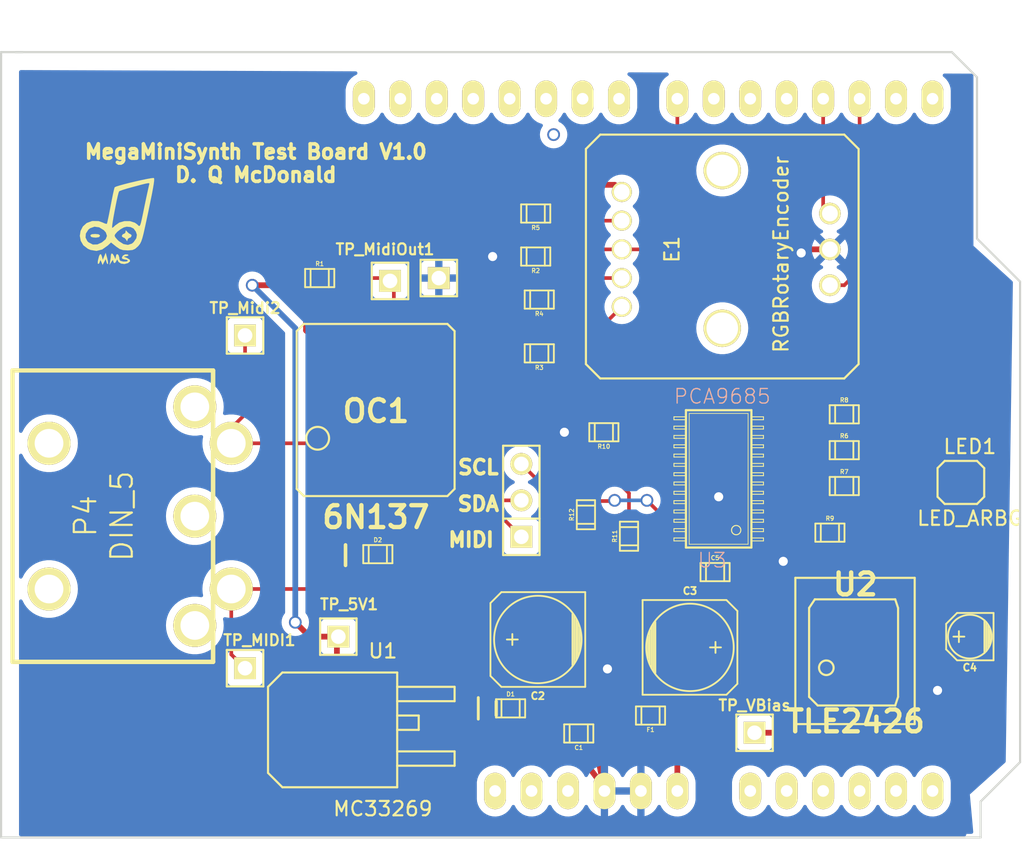
<source format=kicad_pcb>
(kicad_pcb (version 20221018) (generator pcbnew)
  (layers (0 "F.Cu" signal) (31 "B.Cu" signal) (34 "B.Paste" user) (35 "F.Paste" user) (36 "B.SilkS" user) (37 "F.SilkS" user) (38 "B.Mask" user) (39 "F.Mask" user) (44 "Edge.Cuts" user))
  (net 0 "")
  (net 1 "+5V")
  (net 2 "+9V")
  (net 3 "Arduino2")
  (net 4 "Arduino3")
  (net 5 "Arduino7")
  (net 6 "GND")
  (net 7 "Net-(C4-Pad1)")
  (net 8 "Net-(D1-Pad1)")
  (net 9 "Net-(D2-Pad1)")
  (net 10 "Net-(D2-Pad2)")
  (net 11 "Net-(E1-Pad1)")
  (net 12 "Net-(E1-Pad2)")
  (net 13 "Net-(E1-Pad4)")
  (net 14 "Net-(LED1-Pad2)")
  (net 15 "Net-(LED1-Pad3)")
  (net 16 "Net-(LED1-Pad4)")
  (net 17 "Net-(P4-Pad1)")
  (net 18 "Net-(P4-Pad2)")
  (net 19 "Net-(P4-Pad3)")
  (net 20 "Net-(R10-Pad2)")
  (net 21 "Net-(R3-Pad1)")
  (net 22 "Net-(R4-Pad1)")
  (net 23 "Net-(R5-Pad1)")
  (net 24 "Net-(R6-Pad2)")
  (net 25 "Net-(R7-Pad2)")
  (net 26 "Net-(R8-Pad2)")
  (net 27 "Net-(R9-Pad2)")
  (net 28 "Net-(SHIELD1-Pad0)")
  (net 29 "Net-(SHIELD1-Pad1)")
  (net 30 "Net-(SHIELD1-Pad10)")
  (net 31 "Net-(SHIELD1-Pad11)")
  (net 32 "Net-(SHIELD1-Pad12)")
  (net 33 "Net-(SHIELD1-Pad13)")
  (net 34 "Net-(SHIELD1-Pad3V3)")
  (net 35 "Net-(SHIELD1-Pad4)")
  (net 36 "Net-(SHIELD1-Pad5)")
  (net 37 "Net-(SHIELD1-Pad5V)")
  (net 38 "Net-(SHIELD1-Pad6)")
  (net 39 "Net-(SHIELD1-Pad8)")
  (net 40 "Net-(SHIELD1-Pad9)")
  (net 41 "Net-(SHIELD1-PadAD0)")
  (net 42 "Net-(SHIELD1-PadAD1)")
  (net 43 "Net-(SHIELD1-PadAD2)")
  (net 44 "Net-(SHIELD1-PadAD3)")
  (net 45 "Net-(SHIELD1-PadAD4)")
  (net 46 "Net-(SHIELD1-PadAD5)")
  (net 47 "Net-(SHIELD1-PadAREF)")
  (net 48 "Net-(SHIELD1-PadGND3)")
  (net 49 "Net-(SHIELD1-PadRST)")
  (net 50 "Net-(U3-Pad10)")
  (net 51 "Net-(U3-Pad18)")
  (net 52 "Net-(U3-Pad19)")
  (net 53 "Net-(U3-Pad20)")
  (net 54 "Net-(U3-Pad21)")
  (net 55 "Net-(U3-Pad22)")
  (net 56 "Net-(U3-Pad6)")
  (net 57 "Net-(U3-Pad7)")
  (net 58 "Net-(U3-Pad8)")
  (net 59 "Net-(U3-Pad9)")
  (net 60 "SCL")
  (net 61 "SDA")
  (net 62 "Serial2")
  (net 63 "VBias")
  (net 64 "VCC")
  (footprint "DQM:TLE2426" (layer "F.Cu") (at 138 68)
    (fp_text reference "U2" (at 0.02 -4.64) (layer "F.SilkS") (effects (font (size 1.524 1.524) (thickness 0.3048))))
    (fp_text value "TLE2426" (at 0.04 4.91) (layer "F.SilkS") (effects (font (size 1.524 1.524) (thickness 0.3048))))
    (pad "1" smd rect (at -1.90246 2.74828 180) (size 0.508 0.6985) (layers "F.Cu" "F.Paste" "F.Mask") (net 63 "VBias"))
    (pad "2" smd rect (at -0.63246 2.74828 180) (size 0.508 0.6985) (layers "F.Cu" "F.Paste" "F.Mask") (net 6 "GND"))
    (pad "3" smd rect (at 0.63246 2.74828 180) (size 0.508 0.6985) (layers "F.Cu" "F.Paste" "F.Mask") (net 1 "+5V"))
    (pad "4" smd rect (at 1.90246 2.74828 180) (size 0.508 0.6985) (layers "F.Cu" "F.Paste" "F.Mask"))
    (pad "5" smd rect (at 1.90246 -2.74828) (size 0.508 0.6985) (layers "F.Cu" "F.Paste" "F.Mask"))
    (pad "6" smd rect (at 0.63246 -2.74828) (size 0.508 0.6985) (layers "F.Cu" "F.Paste" "F.Mask"))
    (pad "7" smd rect (at -0.63246 -2.74828) (size 0.508 0.6985) (layers "F.Cu" "F.Paste" "F.Mask"))
    (pad "8" smd rect (at -1.90246 -2.74828) (size 0.508 0.6985) (layers "F.Cu" "F.Paste" "F.Mask") (net 7 "Net-(C4-Pad1)"))
  )
  (footprint "DQM:SMDRGBLED" (layer "F.Cu") (at 146 56.75)
    (fp_text reference "LED1" (at 0 -3) (layer "F.SilkS"))
    (fp_text value "LED_ARBG" (at 0 2) (layer "F.SilkS"))
    (pad "1" smd rect (at 0.12 0.12) (size 1 0.7) (layers "F.Cu" "F.Paste" "F.Mask") (net 1 "+5V"))
    (pad "2" smd rect (at -1.47 -1.27) (size 1 0.7) (layers "F.Cu" "F.Paste" "F.Mask") (net 14 "Net-(LED1-Pad2)"))
    (pad "3" smd rect (at 0.12 -1.27) (size 1 0.7) (layers "F.Cu" "F.Paste" "F.Mask") (net 15 "Net-(LED1-Pad3)"))
    (pad "4" smd rect (at -1.47 0.12) (size 1 0.7) (layers "F.Cu" "F.Paste" "F.Mask") (net 16 "Net-(LED1-Pad4)"))
  )
  (footprint "RGBRotaryEncoder" (layer "F.Cu") (at 136.25 40 90)
    (fp_text reference "E1" (at 0 -11 90) (layer "F.SilkS"))
    (fp_text value "RGBRotaryEncoder" (at -0.35 -3.4 90) (layer "F.SilkS"))
    (pad "" thru_hole circle (at -5.5 -7.5 90) (size 2.6 2.6) (drill 2.2) (layers "*.Cu" "*.Mask" "F.SilkS"))
    (pad "" thru_hole circle (at 5.5 -7.5 90) (size 2.6 2.6) (drill 2.2) (layers "*.Cu" "*.Mask" "F.SilkS"))
    (pad "1" thru_hole circle (at -4 -14.5 90) (size 1.4 1.4) (drill 1.1) (layers "*.Cu" "*.Mask" "F.SilkS") (net 11 "Net-(E1-Pad1)"))
    (pad "2" thru_hole circle (at -2 -14.5 90) (size 1.4 1.4) (drill 1.1) (layers "*.Cu" "*.Mask" "F.SilkS") (net 12 "Net-(E1-Pad2)"))
    (pad "3" thru_hole circle (at 0 -14.5 90) (size 1.4 1.4) (drill 1.1) (layers "*.Cu" "*.Mask" "F.SilkS") (net 5 "Arduino7"))
    (pad "4" thru_hole circle (at 2 -14.5 90) (size 1.4 1.4) (drill 1.1) (layers "*.Cu" "*.Mask" "F.SilkS") (net 13 "Net-(E1-Pad4)"))
    (pad "5" thru_hole circle (at 4 -14.5 90) (size 1.4 1.4) (drill 1.1) (layers "*.Cu" "*.Mask" "F.SilkS") (net 1 "+5V"))
    (pad "6" thru_hole circle (at -2.5 0 90) (size 1.5 1.5) (drill 1.1) (layers "*.Cu" "*.Mask" "F.SilkS") (net 3 "Arduino2"))
    (pad "7" thru_hole circle (at 0 0 90) (size 1.5 1.5) (drill 1.1) (layers "*.Cu" "*.Mask" "F.SilkS") (net 6 "GND"))
    (pad "8" thru_hole circle (at 2.5 0 90) (size 1.5 1.5) (drill 1.1) (layers "*.Cu" "*.Mask" "F.SilkS") (net 4 "Arduino3"))
  )
  (footprint "PIN_ARRAY_3X1" (layer "F.Cu") (at 114.75 57.5 90)
    (fp_text reference "" hide)
    (fp_text value "" hide)
    (pad "1" thru_hole rect (at -2.54 0 90) (size 1.524 1.524) (drill 1.016) (layers "*.Cu" "*.Mask" "F.SilkS") (net 62 "Serial2"))
    (pad "2" thru_hole circle (at 0 0 90) (size 1.524 1.524) (drill 1.016) (layers "*.Cu" "*.Mask" "F.SilkS") (net 61 "SDA"))
    (pad "3" thru_hole circle (at 2.54 0 90) (size 1.524 1.524) (drill 1.016) (layers "*.Cu" "*.Mask" "F.SilkS") (net 60 "SCL"))
  )
  (footprint "PIN_ARRAY_1" (layer "F.Cu") (at 105.6 42.2)
    (fp_text reference "TP_MidiOut1" (at -0.35 -2.2) (layer "F.SilkS") (effects (font (size 0.762 0.762) (thickness 0.1524))))
    (fp_text value "" hide)
    (pad "1" thru_hole rect (at 0 0) (size 1.524 1.524) (drill 1.016) (layers "*.Cu" "*.Mask" "F.SilkS") (net 62 "Serial2"))
  )
  (footprint "PIN_ARRAY_1" (layer "F.Cu") (at 95.5 46)
    (fp_text reference "TP_Midi2" (at 0 -1.905) (layer "F.SilkS") (effects (font (size 0.762 0.762) (thickness 0.1524))))
    (fp_text value "" hide)
    (pad "1" thru_hole rect (at 0 0) (size 1.524 1.524) (drill 1.016) (layers "*.Cu" "*.Mask" "F.SilkS") (net 9 "Net-(D2-Pad1)"))
  )
  (footprint "PIN_ARRAY_1" (layer "F.Cu") (at 95.5 69.2)
    (fp_text reference "TP_MIDI1" (at 1 -1.95) (layer "F.SilkS") (effects (font (size 0.762 0.762) (thickness 0.1524))))
    (fp_text value "" hide)
    (pad "1" thru_hole rect (at 0 0) (size 1.524 1.524) (drill 1.016) (layers "*.Cu" "*.Mask" "F.SilkS") (net 10 "Net-(D2-Pad2)"))
  )
  (footprint "PIN_ARRAY_1" (layer "F.Cu") (at 102 67)
    (fp_text reference "TP_5V1" (at 0.75 -2.25) (layer "F.SilkS") (effects (font (size 0.762 0.762) (thickness 0.1524))))
    (fp_text value "" hide)
    (pad "1" thru_hole rect (at 0 0) (size 1.524 1.524) (drill 1.016) (layers "*.Cu" "*.Mask" "F.SilkS") (net 1 "+5V"))
  )
  (footprint "PIN_ARRAY_1" (layer "F.Cu") (at 109 42)
    (fp_text reference "" (at 0 -1.905) (layer "F.SilkS") (effects (font (size 0.762 0.762) (thickness 0.1524))))
    (fp_text value "TP_Gnd" hide)
    (pad "1" thru_hole rect (at 0 0) (size 1.524 1.524) (drill 1.016) (layers "*.Cu" "*.Mask" "F.SilkS") (net 6 "GND"))
  )
  (footprint "PIN_ARRAY_1" (layer "F.Cu") (at 131 73.7)
    (fp_text reference "TP_VBias" (at 0 -1.905) (layer "F.SilkS") (effects (font (size 0.762 0.762) (thickness 0.1524))))
    (fp_text value "" hide)
    (pad "1" thru_hole rect (at 0 0) (size 1.524 1.524) (drill 1.016) (layers "*.Cu" "*.Mask" "F.SilkS") (net 63 "VBias"))
  )
  (footprint "MC33269" (layer "F.Cu") (at 109.1 75.5)
    (fp_text reference "U1" (at -4 -7.5) (layer "F.SilkS"))
    (fp_text value "MC33269" (at -4 3.5) (layer "F.SilkS"))
    (pad "1" smd rect (at 0 0) (size 3 1.6) (layers "F.Cu" "F.Paste" "F.Mask") (net 6 "GND"))
    (pad "2" smd rect (at -7.2 -2.2) (size 6.2 5.8) (layers "F.Cu" "F.Paste" "F.Mask") (net 1 "+5V"))
    (pad "3" smd rect (at 0 -4.5) (size 3 1.6) (layers "F.Cu" "F.Paste" "F.Mask") (net 64 "VCC"))
  )
  (footprint "DIN_5" (layer "F.Cu") (at 92 58.6 -90)
    (fp_text reference "P4" (at 0 7.62 270) (layer "F.SilkS") (effects (font (size 1.5 1.5))))
    (fp_text value "DIN_5" (at 0 5.08 270) (layer "F.SilkS") (effects (font (size 1.5 1.5))))
    (pad "1" thru_hole circle (at 7.62 0 270) (size 3 3) (drill 2) (layers "*.Cu" "*.Mask" "F.SilkS") (net 17 "Net-(P4-Pad1)"))
    (pad "2" thru_hole circle (at 0 0 270) (size 3 3) (drill 2) (layers "*.Cu" "*.Mask" "F.SilkS") (net 18 "Net-(P4-Pad2)"))
    (pad "3" thru_hole circle (at -7.62 0 270) (size 3 3) (drill 2) (layers "*.Cu" "*.Mask" "F.SilkS") (net 19 "Net-(P4-Pad3)"))
    (pad "4" thru_hole circle (at 5.08 -2.54 270) (size 3 3) (drill 2) (layers "*.Cu" "*.Mask" "F.SilkS") (net 10 "Net-(D2-Pad2)"))
    (pad "5" thru_hole circle (at -5.08 -2.54 270) (size 3 3) (drill 2) (layers "*.Cu" "*.Mask" "F.SilkS") (net 9 "Net-(D2-Pad1)"))
    (pad "6" thru_hole circle (at -5.08 10.16 270) (size 3 3) (drill 2) (layers "*.Cu" "*.Mask" "F.SilkS"))
    (pad "7" thru_hole circle (at 5.08 10.16 270) (size 3 3) (drill 2) (layers "*.Cu" "*.Mask" "F.SilkS"))
  )
  (footprint "c_elec_6.3x5.8" (layer "F.Cu") (at 126.5 67.75)
    (fp_text reference "C3" (at 0 -3.937) (layer "F.SilkS") (effects (font (size 0.50038 0.50038) (thickness 0.11938))))
    (fp_text value "47uF" hide)
    (pad "1" smd rect (at 2.75082 0) (size 3.59918 1.6002) (layers "F.Cu" "F.Paste" "F.Mask") (net 1 "+5V"))
    (pad "2" smd rect (at -2.75082 0) (size 3.59918 1.6002) (layers "F.Cu" "F.Paste" "F.Mask") (net 6 "GND"))
  )
  (footprint "c_elec_6.3x5.8" (layer "F.Cu") (at 115.9 67.2 180)
    (fp_text reference "C2" (at 0 -3.937 180) (layer "F.SilkS") (effects (font (size 0.50038 0.50038) (thickness 0.11938))))
    (fp_text value "47uF" hide)
    (pad "1" smd rect (at 2.75082 0 180) (size 3.59918 1.6002) (layers "F.Cu" "F.Paste" "F.Mask") (net 64 "VCC"))
    (pad "2" smd rect (at -2.75082 0 180) (size 3.59918 1.6002) (layers "F.Cu" "F.Paste" "F.Mask") (net 6 "GND"))
  )
  (footprint "c_elec_3x5.3" (layer "F.Cu") (at 146 67 180)
    (fp_text reference "C4" (at 0 -2.159 180) (layer "F.SilkS") (effects (font (size 0.50038 0.50038) (thickness 0.11938))))
    (fp_text value "1uF" hide)
    (pad "1" smd rect (at 1.50114 0 180) (size 2.19964 1.6002) (layers "F.Cu" "F.Paste" "F.Mask") (net 7 "Net-(C4-Pad1)"))
    (pad "2" smd rect (at -1.50114 0 180) (size 2.19964 1.6002) (layers "F.Cu" "F.Paste" "F.Mask") (net 6 "GND"))
  )
  (footprint "c_0805" (layer "F.Cu") (at 122.25 60 90)
    (fp_text reference "R11" (at 0 -0.9906 90) (layer "F.SilkS") (effects (font (size 0.29972 0.29972) (thickness 0.06096))))
    (fp_text value "4k7" hide)
    (pad "1" smd rect (at 0.9525 0 90) (size 1.30048 1.4986) (layers "F.Cu" "F.Paste" "F.Mask") (net 61 "SDA"))
    (pad "2" smd rect (at -0.9525 0 90) (size 1.30048 1.4986) (layers "F.Cu" "F.Paste" "F.Mask") (net 1 "+5V"))
  )
  (footprint "c_0805" (layer "F.Cu") (at 119.25 58.5 90)
    (fp_text reference "R12" (at 0 -0.9906 90) (layer "F.SilkS") (effects (font (size 0.29972 0.29972) (thickness 0.06096))))
    (fp_text value "4k7" hide)
    (pad "1" smd rect (at 0.9525 0 90) (size 1.30048 1.4986) (layers "F.Cu" "F.Paste" "F.Mask") (net 60 "SCL"))
    (pad "2" smd rect (at -0.9525 0 90) (size 1.30048 1.4986) (layers "F.Cu" "F.Paste" "F.Mask") (net 1 "+5V"))
  )
  (footprint "c_0805" (layer "F.Cu") (at 123.75 72.5 180)
    (fp_text reference "F1" (at 0 -0.9906 180) (layer "F.SilkS") (effects (font (size 0.29972 0.29972) (thickness 0.06096))))
    (fp_text value "FERRITE" hide)
    (pad "1" smd rect (at 0.9525 0 180) (size 1.30048 1.4986) (layers "F.Cu" "F.Paste" "F.Mask") (net 8 "Net-(D1-Pad1)"))
    (pad "2" smd rect (at -0.9525 0 180) (size 1.30048 1.4986) (layers "F.Cu" "F.Paste" "F.Mask") (net 2 "+9V"))
  )
  (footprint "c_0805" (layer "F.Cu") (at 137.25 56.5)
    (fp_text reference "R7" (at 0 -0.9906) (layer "F.SilkS") (effects (font (size 0.29972 0.29972) (thickness 0.06096))))
    (fp_text value "200" hide)
    (pad "1" smd rect (at 0.9525 0) (size 1.30048 1.4986) (layers "F.Cu" "F.Paste" "F.Mask") (net 16 "Net-(LED1-Pad4)"))
    (pad "2" smd rect (at -0.9525 0) (size 1.30048 1.4986) (layers "F.Cu" "F.Paste" "F.Mask") (net 25 "Net-(R7-Pad2)"))
  )
  (footprint "c_0805" (layer "F.Cu") (at 136.25 59.75)
    (fp_text reference "R9" (at 0 -0.9906) (layer "F.SilkS") (effects (font (size 0.29972 0.29972) (thickness 0.06096))))
    (fp_text value "10k" hide)
    (pad "1" smd rect (at 0.9525 0) (size 1.30048 1.4986) (layers "F.Cu" "F.Paste" "F.Mask") (net 1 "+5V"))
    (pad "2" smd rect (at -0.9525 0) (size 1.30048 1.4986) (layers "F.Cu" "F.Paste" "F.Mask") (net 27 "Net-(R9-Pad2)"))
  )
  (footprint "c_0805" (layer "F.Cu") (at 115.75 40.5 180)
    (fp_text reference "R2" (at 0 -0.9906 180) (layer "F.SilkS") (effects (font (size 0.29972 0.29972) (thickness 0.06096))))
    (fp_text value "10K" hide)
    (pad "1" smd rect (at 0.9525 0 180) (size 1.30048 1.4986) (layers "F.Cu" "F.Paste" "F.Mask") (net 6 "GND"))
    (pad "2" smd rect (at -0.9525 0 180) (size 1.30048 1.4986) (layers "F.Cu" "F.Paste" "F.Mask") (net 5 "Arduino7"))
  )
  (footprint "c_0805" (layer "F.Cu") (at 116 47.25 180)
    (fp_text reference "R3" (at 0 -0.9906 180) (layer "F.SilkS") (effects (font (size 0.29972 0.29972) (thickness 0.06096))))
    (fp_text value "200" hide)
    (pad "1" smd rect (at 0.9525 0 180) (size 1.30048 1.4986) (layers "F.Cu" "F.Paste" "F.Mask") (net 21 "Net-(R3-Pad1)"))
    (pad "2" smd rect (at -0.9525 0 180) (size 1.30048 1.4986) (layers "F.Cu" "F.Paste" "F.Mask") (net 11 "Net-(E1-Pad1)"))
  )
  (footprint "c_0805" (layer "F.Cu") (at 116 43.5 180)
    (fp_text reference "R4" (at 0 -0.9906 180) (layer "F.SilkS") (effects (font (size 0.29972 0.29972) (thickness 0.06096))))
    (fp_text value "100" hide)
    (pad "1" smd rect (at 0.9525 0 180) (size 1.30048 1.4986) (layers "F.Cu" "F.Paste" "F.Mask") (net 22 "Net-(R4-Pad1)"))
    (pad "2" smd rect (at -0.9525 0 180) (size 1.30048 1.4986) (layers "F.Cu" "F.Paste" "F.Mask") (net 12 "Net-(E1-Pad2)"))
  )
  (footprint "c_0805" (layer "F.Cu") (at 115.75 37.5 180)
    (fp_text reference "R5" (at 0 -0.9906 180) (layer "F.SilkS") (effects (font (size 0.29972 0.29972) (thickness 0.06096))))
    (fp_text value "100" hide)
    (pad "1" smd rect (at 0.9525 0 180) (size 1.30048 1.4986) (layers "F.Cu" "F.Paste" "F.Mask") (net 23 "Net-(R5-Pad1)"))
    (pad "2" smd rect (at -0.9525 0 180) (size 1.30048 1.4986) (layers "F.Cu" "F.Paste" "F.Mask") (net 13 "Net-(E1-Pad4)"))
  )
  (footprint "c_0805" (layer "F.Cu") (at 100.7 42)
    (fp_text reference "R1" (at 0 -0.9906) (layer "F.SilkS") (effects (font (size 0.29972 0.29972) (thickness 0.06096))))
    (fp_text value "8k2" hide)
    (pad "1" smd rect (at 0.9525 0) (size 1.30048 1.4986) (layers "F.Cu" "F.Paste" "F.Mask") (net 62 "Serial2"))
    (pad "2" smd rect (at -0.9525 0) (size 1.30048 1.4986) (layers "F.Cu" "F.Paste" "F.Mask") (net 1 "+5V"))
  )
  (footprint "c_0805" (layer "F.Cu") (at 104.75 61.25)
    (fp_text reference "D2" (at 0 -0.9906) (layer "F.SilkS") (effects (font (size 0.29972 0.29972) (thickness 0.06096))))
    (fp_text value "DIODE" hide)
    (pad "1" smd rect (at 0.9525 0) (size 1.30048 1.4986) (layers "F.Cu" "F.Paste" "F.Mask") (net 9 "Net-(D2-Pad1)"))
    (pad "2" smd rect (at -0.9525 0) (size 1.30048 1.4986) (layers "F.Cu" "F.Paste" "F.Mask") (net 10 "Net-(D2-Pad2)"))
  )
  (footprint "c_0805" (layer "F.Cu") (at 118.75 73.75 180)
    (fp_text reference "C1" (at 0 -0.9906 180) (layer "F.SilkS") (effects (font (size 0.29972 0.29972) (thickness 0.06096))))
    (fp_text value "100n" hide)
    (pad "1" smd rect (at 0.9525 0 180) (size 1.30048 1.4986) (layers "F.Cu" "F.Paste" "F.Mask") (net 64 "VCC"))
    (pad "2" smd rect (at -0.9525 0 180) (size 1.30048 1.4986) (layers "F.Cu" "F.Paste" "F.Mask") (net 6 "GND"))
  )
  (footprint "c_0805" (layer "F.Cu") (at 114 72)
    (fp_text reference "D1" (at 0 -0.9906) (layer "F.SilkS") (effects (font (size 0.29972 0.29972) (thickness 0.06096))))
    (fp_text value "DIODE" hide)
    (pad "1" smd rect (at 0.9525 0) (size 1.30048 1.4986) (layers "F.Cu" "F.Paste" "F.Mask") (net 8 "Net-(D1-Pad1)"))
    (pad "2" smd rect (at -0.9525 0) (size 1.30048 1.4986) (layers "F.Cu" "F.Paste" "F.Mask") (net 64 "VCC"))
  )
  (footprint "ARDUINO_SHIELD_2" (layer "F.Cu") (at 79.9 80.3)
    (fp_text reference "" (at 5.715 -57.15) (layer "F.SilkS") (effects (font (size 1.524 1.524) (thickness 0.3048))))
    (fp_text value "" hide)
    (pad "0" thru_hole oval locked (at 63.5 -50.8 90) (size 2.54 1.524) (drill 0.8128) (layers "*.Cu" "*.Mask" "F.SilkS") (net 28 "Net-(SHIELD1-Pad0)"))
    (pad "1" thru_hole oval locked (at 60.96 -50.8 90) (size 2.54 1.524) (drill 0.8128) (layers "*.Cu" "*.Mask" "F.SilkS") (net 29 "Net-(SHIELD1-Pad1)"))
    (pad "2" thru_hole oval locked (at 58.42 -50.8 90) (size 2.54 1.524) (drill 0.8128) (layers "*.Cu" "*.Mask" "F.SilkS") (net 3 "Arduino2"))
    (pad "3" thru_hole oval locked (at 55.88 -50.8 90) (size 2.54 1.524) (drill 0.8128) (layers "*.Cu" "*.Mask" "F.SilkS") (net 4 "Arduino3"))
    (pad "3V3" thru_hole oval locked (at 35.56 -2.54 90) (size 2.54 1.524) (drill 0.8128) (layers "*.Cu" "*.Mask" "F.SilkS") (net 34 "Net-(SHIELD1-Pad3V3)"))
    (pad "4" thru_hole oval locked (at 53.34 -50.8 90) (size 2.54 1.524) (drill 0.8128) (layers "*.Cu" "*.Mask" "F.SilkS") (net 35 "Net-(SHIELD1-Pad4)"))
    (pad "5" thru_hole oval locked (at 50.8 -50.8 90) (size 2.54 1.524) (drill 0.8128) (layers "*.Cu" "*.Mask" "F.SilkS") (net 36 "Net-(SHIELD1-Pad5)"))
    (pad "5V" thru_hole oval locked (at 38.1 -2.54 90) (size 2.54 1.524) (drill 0.8128) (layers "*.Cu" "*.Mask" "F.SilkS") (net 37 "Net-(SHIELD1-Pad5V)"))
    (pad "6" thru_hole oval locked (at 48.26 -50.8 90) (size 2.54 1.524) (drill 0.8128) (layers "*.Cu" "*.Mask" "F.SilkS") (net 38 "Net-(SHIELD1-Pad6)"))
    (pad "7" thru_hole oval locked (at 45.72 -50.8 90) (size 2.54 1.524) (drill 0.8128) (layers "*.Cu" "*.Mask" "F.SilkS") (net 5 "Arduino7"))
    (pad "8" thru_hole oval locked (at 41.656 -50.8 90) (size 2.54 1.524) (drill 0.8128) (layers "*.Cu" "*.Mask" "F.SilkS") (net 39 "Net-(SHIELD1-Pad8)"))
    (pad "9" thru_hole oval locked (at 39.116 -50.8 90) (size 2.54 1.524) (drill 0.8128) (layers "*.Cu" "*.Mask" "F.SilkS") (net 40 "Net-(SHIELD1-Pad9)"))
    (pad "10" thru_hole oval locked (at 36.576 -50.8 90) (size 2.54 1.524) (drill 0.8128) (layers "*.Cu" "*.Mask" "F.SilkS") (net 30 "Net-(SHIELD1-Pad10)"))
    (pad "11" thru_hole oval locked (at 34.036 -50.8 90) (size 2.54 1.524) (drill 0.8128) (layers "*.Cu" "*.Mask" "F.SilkS") (net 31 "Net-(SHIELD1-Pad11)"))
    (pad "12" thru_hole oval locked (at 31.496 -50.8 90) (size 2.54 1.524) (drill 0.8128) (layers "*.Cu" "*.Mask" "F.SilkS") (net 32 "Net-(SHIELD1-Pad12)"))
    (pad "13" thru_hole oval locked (at 28.956 -50.8 90) (size 2.54 1.524) (drill 0.8128) (layers "*.Cu" "*.Mask" "F.SilkS") (net 33 "Net-(SHIELD1-Pad13)"))
    (pad "AD0" thru_hole oval locked (at 50.8 -2.54 90) (size 2.54 1.524) (drill 0.8128) (layers "*.Cu" "*.Mask" "F.SilkS") (net 41 "Net-(SHIELD1-PadAD0)"))
    (pad "AD1" thru_hole oval locked (at 53.34 -2.54 90) (size 2.54 1.524) (drill 0.8128) (layers "*.Cu" "*.Mask" "F.SilkS") (net 42 "Net-(SHIELD1-PadAD1)"))
    (pad "AD2" thru_hole oval locked (at 55.88 -2.54 90) (size 2.54 1.524) (drill 0.8128) (layers "*.Cu" "*.Mask" "F.SilkS") (net 43 "Net-(SHIELD1-PadAD2)"))
    (pad "AD3" thru_hole oval locked (at 58.42 -2.54 90) (size 2.54 1.524) (drill 0.8128) (layers "*.Cu" "*.Mask" "F.SilkS") (net 44 "Net-(SHIELD1-PadAD3)"))
    (pad "AD4" thru_hole oval locked (at 60.96 -2.54 90) (size 2.54 1.524) (drill 0.8128) (layers "*.Cu" "*.Mask" "F.SilkS") (net 45 "Net-(SHIELD1-PadAD4)"))
    (pad "AD5" thru_hole oval locked (at 63.5 -2.54 90) (size 2.54 1.524) (drill 0.8128) (layers "*.Cu" "*.Mask" "F.SilkS") (net 46 "Net-(SHIELD1-PadAD5)"))
    (pad "AREF" thru_hole oval locked (at 23.876 -50.8 90) (size 2.54 1.524) (drill 0.8128) (layers "*.Cu" "*.Mask" "F.SilkS") (net 47 "Net-(SHIELD1-PadAREF)"))
    (pad "GND1" thru_hole oval locked (at 40.64 -2.54 90) (size 2.54 1.524) (drill 0.8128) (layers "*.Cu" "*.Mask" "F.SilkS") (net 6 "GND"))
    (pad "GND2" thru_hole oval locked (at 43.18 -2.54 90) (size 2.54 1.524) (drill 0.8128) (layers "*.Cu" "*.Mask" "F.SilkS") (net 6 "GND"))
    (pad "GND3" thru_hole oval locked (at 26.416 -50.8 90) (size 2.54 1.524) (drill 0.8128) (layers "*.Cu" "*.Mask" "F.SilkS") (net 48 "Net-(SHIELD1-PadGND3)"))
    (pad "RST" thru_hole oval locked (at 33.02 -2.54 90) (size 2.54 1.524) (drill 0.8128) (layers "*.Cu" "*.Mask" "F.SilkS") (net 49 "Net-(SHIELD1-PadRST)"))
    (pad "V_IN" thru_hole oval locked (at 45.72 -2.54 90) (size 2.54 1.524) (drill 0.8128) (layers "*.Cu" "*.Mask" "F.SilkS") (net 2 "+9V"))
  )
  (footprint "DQM:6N137" (layer "F.Cu") (at 104.6 51.2)
    (fp_text reference "OC1" (at 0.02 0.08) (layer "F.SilkS") (effects (font (size 1.524 1.524) (thickness 0.3048))))
    (fp_text value "6N137" (at 0.02 7.47) (layer "F.SilkS") (effects (font (size 1.524 1.524) (thickness 0.3048))))
    (pad "1" smd rect (at -3.80746 4.50342 180) (size 1.778 1.51892) (layers "F.Cu" "F.Paste" "F.Mask"))
    (pad "2" smd rect (at -1.26746 4.50342 180) (size 1.778 1.51892) (layers "F.Cu" "F.Paste" "F.Mask") (net 10 "Net-(D2-Pad2)"))
    (pad "3" smd rect (at 1.26746 4.50342 180) (size 1.778 1.51892) (layers "F.Cu" "F.Paste" "F.Mask") (net 9 "Net-(D2-Pad1)"))
    (pad "4" smd rect (at 3.80746 4.50342 180) (size 1.778 1.51892) (layers "F.Cu" "F.Paste" "F.Mask"))
    (pad "5" smd rect (at 3.80746 -4.50342) (size 1.778 1.51892) (layers "F.Cu" "F.Paste" "F.Mask") (net 6 "GND"))
    (pad "6" smd rect (at 1.26746 -4.50342) (size 1.778 1.51892) (layers "F.Cu" "F.Paste" "F.Mask") (net 62 "Serial2"))
    (pad "7" smd rect (at -1.26746 -4.50342) (size 1.778 1.51892) (layers "F.Cu" "F.Paste" "F.Mask") (net 1 "+5V"))
    (pad "8" smd rect (at -3.80746 -4.50342) (size 1.778 1.51892) (layers "F.Cu" "F.Paste" "F.Mask") (net 1 "+5V"))
  )
  (footprint "-TSSOP28" (layer "F.Cu") (at 128.5 56 90)
    (fp_text reference "U3" (at -5.6769 -0.4572 180) (layer "B.SilkS") (effects (font (size 1.016 1.016) (thickness 0.0889))))
    (fp_text value "PCA9685" (at 5.75 0.25 180) (layer "B.SilkS") (effects (font (size 1.016 1.016) (thickness 0.0889))))
    (pad "1" smd rect (at -4.22402 2.91592 90) (size 0.3048 0.9906) (layers "F.Cu" "F.Paste" "F.Mask") (net 27 "Net-(R9-Pad2)"))
    (pad "2" smd rect (at -3.57378 2.91592 90) (size 0.3048 0.9906) (layers "F.Cu" "F.Paste" "F.Mask") (net 6 "GND"))
    (pad "3" smd rect (at -2.92354 2.91592 90) (size 0.3048 0.9906) (layers "F.Cu" "F.Paste" "F.Mask") (net 6 "GND"))
    (pad "4" smd rect (at -2.2733 2.91592 90) (size 0.3048 0.9906) (layers "F.Cu" "F.Paste" "F.Mask") (net 6 "GND"))
    (pad "5" smd rect (at -1.62306 2.91592 90) (size 0.3048 0.9906) (layers "F.Cu" "F.Paste" "F.Mask") (net 6 "GND"))
    (pad "6" smd rect (at -0.97282 2.91592 90) (size 0.3048 0.9906) (layers "F.Cu" "F.Paste" "F.Mask") (net 56 "Net-(U3-Pad6)"))
    (pad "7" smd rect (at -0.32258 2.91592 90) (size 0.3048 0.9906) (layers "F.Cu" "F.Paste" "F.Mask") (net 57 "Net-(U3-Pad7)"))
    (pad "8" smd rect (at 0.32258 2.91592 90) (size 0.3048 0.9906) (layers "F.Cu" "F.Paste" "F.Mask") (net 58 "Net-(U3-Pad8)"))
    (pad "9" smd rect (at 0.97282 2.91592 90) (size 0.3048 0.9906) (layers "F.Cu" "F.Paste" "F.Mask") (net 59 "Net-(U3-Pad9)"))
    (pad "10" smd rect (at 1.62306 2.91592 90) (size 0.3048 0.9906) (layers "F.Cu" "F.Paste" "F.Mask") (net 50 "Net-(U3-Pad10)"))
    (pad "11" smd rect (at 2.2733 2.91592 90) (size 0.3048 0.9906) (layers "F.Cu" "F.Paste" "F.Mask") (net 25 "Net-(R7-Pad2)"))
    (pad "12" smd rect (at 2.92354 2.91592 90) (size 0.3048 0.9906) (layers "F.Cu" "F.Paste" "F.Mask") (net 24 "Net-(R6-Pad2)"))
    (pad "13" smd rect (at 3.57378 2.91592 90) (size 0.3048 0.9906) (layers "F.Cu" "F.Paste" "F.Mask") (net 26 "Net-(R8-Pad2)"))
    (pad "14" smd rect (at 4.22402 2.91592 90) (size 0.3048 0.9906) (layers "F.Cu" "F.Paste" "F.Mask") (net 6 "GND"))
    (pad "15" smd rect (at 4.22402 -2.91592 90) (size 0.3048 0.9906) (layers "F.Cu" "F.Paste" "F.Mask") (net 21 "Net-(R3-Pad1)"))
    (pad "16" smd rect (at 3.57378 -2.91592 90) (size 0.3048 0.9906) (layers "F.Cu" "F.Paste" "F.Mask") (net 22 "Net-(R4-Pad1)"))
    (pad "17" smd rect (at 2.92354 -2.91592 90) (size 0.3048 0.9906) (layers "F.Cu" "F.Paste" "F.Mask") (net 23 "Net-(R5-Pad1)"))
    (pad "18" smd rect (at 2.2733 -2.91592 90) (size 0.3048 0.9906) (layers "F.Cu" "F.Paste" "F.Mask") (net 51 "Net-(U3-Pad18)"))
    (pad "19" smd rect (at 1.62306 -2.91592 90) (size 0.3048 0.9906) (layers "F.Cu" "F.Paste" "F.Mask") (net 52 "Net-(U3-Pad19)"))
    (pad "20" smd rect (at 0.97282 -2.91592 90) (size 0.3048 0.9906) (layers "F.Cu" "F.Paste" "F.Mask") (net 53 "Net-(U3-Pad20)"))
    (pad "21" smd rect (at 0.32258 -2.91592 90) (size 0.3048 0.9906) (layers "F.Cu" "F.Paste" "F.Mask") (net 54 "Net-(U3-Pad21)"))
    (pad "22" smd rect (at -0.32258 -2.91592 90) (size 0.3048 0.9906) (layers "F.Cu" "F.Paste" "F.Mask") (net 55 "Net-(U3-Pad22)"))
    (pad "23" smd rect (at -0.97282 -2.91592 90) (size 0.3048 0.9906) (layers "F.Cu" "F.Paste" "F.Mask") (net 20 "Net-(R10-Pad2)"))
    (pad "24" smd rect (at -1.62306 -2.91592 90) (size 0.3048 0.9906) (layers "F.Cu" "F.Paste" "F.Mask") (net 6 "GND"))
    (pad "25" smd rect (at -2.2733 -2.91592 90) (size 0.3048 0.9906) (layers "F.Cu" "F.Paste" "F.Mask") (net 6 "GND"))
    (pad "26" smd rect (at -2.92354 -2.91592 90) (size 0.3048 0.9906) (layers "F.Cu" "F.Paste" "F.Mask") (net 60 "SCL"))
    (pad "27" smd rect (at -3.57378 -2.91592 90) (size 0.3048 0.9906) (layers "F.Cu" "F.Paste" "F.Mask") (net 61 "SDA"))
    (pad "28" smd rect (at -4.22402 -2.91592 90) (size 0.3048 0.9906) (layers "F.Cu" "F.Paste" "F.Mask") (net 1 "+5V"))
  )
  (footprint "c_0805" (layer "F.Cu") (at 137.25 54)
    (fp_text reference "R6" (at 0 -0.9906) (layer "F.SilkS") (effects (font (size 0.29972 0.29972) (thickness 0.06096))))
    (fp_text value "300" hide)
    (pad "1" smd rect (at 0.9525 0) (size 1.30048 1.4986) (layers "F.Cu" "F.Paste" "F.Mask") (net 14 "Net-(LED1-Pad2)"))
    (pad "2" smd rect (at -0.9525 0) (size 1.30048 1.4986) (layers "F.Cu" "F.Paste" "F.Mask") (net 24 "Net-(R6-Pad2)"))
  )
  (footprint "c_0805" (layer "F.Cu") (at 120.5 52.75 180)
    (fp_text reference "R10" (at 0 -0.9906 180) (layer "F.SilkS") (effects (font (size 0.29972 0.29972) (thickness 0.06096))))
    (fp_text value "10K" hide)
    (pad "1" smd rect (at 0.9525 0 180) (size 1.30048 1.4986) (layers "F.Cu" "F.Paste" "F.Mask") (net 6 "GND"))
    (pad "2" smd rect (at -0.9525 0 180) (size 1.30048 1.4986) (layers "F.Cu" "F.Paste" "F.Mask") (net 20 "Net-(R10-Pad2)"))
  )
  (footprint "c_0805" (layer "F.Cu") (at 128.25 62.5)
    (fp_text reference "C5" (at 0 -0.9906) (layer "F.SilkS") (effects (font (size 0.29972 0.29972) (thickness 0.06096))))
    (fp_text value "100nf" hide)
    (pad "1" smd rect (at 0.9525 0) (size 1.30048 1.4986) (layers "F.Cu" "F.Paste" "F.Mask") (net 6 "GND"))
    (pad "2" smd rect (at -0.9525 0) (size 1.30048 1.4986) (layers "F.Cu" "F.Paste" "F.Mask") (net 1 "+5V"))
  )
  (footprint "DQM:MMS_LOGO" (layer "F.Cu") (at 87 38.25)
    (fp_text reference "" hide)
    (fp_text value "" hide)
  )
  (footprint "c_0805" (layer "F.Cu") (at 137.25 51.5)
    (fp_text reference "R8" (at 0 -0.9906) (layer "F.SilkS") (effects (font (size 0.29972 0.29972) (thickness 0.06096))))
    (fp_text value "200" hide)
    (pad "1" smd rect (at 0.9525 0) (size 1.30048 1.4986) (layers "F.Cu" "F.Paste" "F.Mask") (net 15 "Net-(LED1-Pad3)"))
    (pad "2" smd rect (at -0.9525 0) (size 1.30048 1.4986) (layers "F.Cu" "F.Paste" "F.Mask") (net 26 "Net-(R8-Pad2)"))
  )
  (gr_line (start 113 71.5) (end 113 72.5) (stroke (width 0.2)) (layer "F.SilkS"))
  (gr_line (start 113 72.5) (end 113 71.5) (stroke (width 0.2)) (layer "F.SilkS"))
  (gr_line (start 113 71.5) (end 113 72.5) (stroke (width 0.2)) (layer "F.SilkS"))
  (gr_line (start 111.75 71.25) (end 111.75 72.75) (stroke (width 0.2)) (layer "F.SilkS"))
  (gr_line (start 78.5 81) (end 78.5 26.5) (stroke (width 0.15)) (layer "Edge.Cuts"))
  (gr_line (start 144.75 26.25) (end 146.5 28) (stroke (width 0.15)) (layer "Edge.Cuts"))
  (gr_line (start 146.5 39.25) (end 149.5 42.25) (stroke (width 0.15)) (layer "Edge.Cuts"))
  (gr_line (start 149.5 75.75) (end 146.75 78.5) (stroke (width 0.15)) (layer "Edge.Cuts"))
  (gr_line (start 146.75 78.5) (end 146.75 81) (stroke (width 0.15)) (layer "Edge.Cuts"))
  (gr_line (start 78.5 26.25) (end 80 26.25) (stroke (width 0.15)) (layer "Edge.Cuts"))
  (gr_line (start 78.5 26.5) (end 78.5 26.25) (stroke (width 0.15)) (layer "Edge.Cuts"))
  (gr_line (start 79.5 26.25) (end 144.75 26.25) (stroke (width 0.15)) (layer "Edge.Cuts"))
  (gr_line (start 149.5 42.25) (end 149.5 75.75) (stroke (width 0.15)) (layer "Edge.Cuts"))
  (gr_line (start 146.5 28) (end 146.5 39.25) (stroke (width 0.15)) (layer "Edge.Cuts"))
  (gr_line (start 146.75 81) (end 78.5 81) (stroke (width 0.15)) (layer "Edge.Cuts"))
  (gr_text "SCL\n\n" (at 111.75 56) (layer "F.SilkS") (effects (font (size 1 1) (thickness 0.25))))
  (gr_text "SDA" (at 111.75 57.75) (layer "F.SilkS") (effects (font (size 1 1) (thickness 0.25))))
  (gr_text "MegaMiniSynth Test Board V1.0\nD. Q McDonald" (at 96.25 34) (layer "F.SilkS") (effects (font (size 1 1) (thickness 0.25))))
  (gr_text "MIDI" (at 111.25 60.25) (layer "F.SilkS") (effects (font (size 1 1) (thickness 0.25))))
  (gr_text "|" (at 102.5 61.25) (layer "F.SilkS") (effects (font (size 1 1) (thickness 0.25))))
  (via (at 117 32) (size 0.889) (drill 0.635) (layers "F.Cu" "B.Cu") (net 0))
  (segment (start 101.9 71.1) (end 110 63) (width 0.4) (layer "F.Cu") (net 1))
  (segment (start 110 63) (end 116.75 63) (width 0.4) (layer "F.Cu") (net 1))
  (segment (start 125.45082 63) (end 129.25082 67.75) (width 0.4) (layer "F.Cu") (net 1))
  (segment (start 136.3 67.55) (end 138.63246 69.88246) (width 0.4) (layer "F.Cu") (net 1))
  (segment (start 138.63246 69.88246) (end 138.63246 70.74828) (width 0.4) (layer "F.Cu") (net 1))
  (segment (start 101.9 67.1) (end 102 67) (width 0.4) (layer "F.Cu") (net 1))
  (segment (start 100 67) (end 99 66) (width 0.4) (layer "F.Cu") (net 1))
  (segment (start 99.2475 42.5) (end 99.7475 42) (width 0.4) (layer "F.Cu") (net 1))
  (segment (start 99.7475 45.65154) (end 100.79254 46.69658) (width 0.4) (layer "F.Cu") (net 1))
  (segment (start 100.79254 46.69658) (end 103.33254 46.69658) (width 0.4) (layer "F.Cu") (net 1))
  (segment (start 99.7475 38.5025) (end 102.75 35.5) (width 0.4) (layer "F.Cu") (net 1))
  (segment (start 102.75 35.5) (end 121.25 35.5) (width 0.4) (layer "F.Cu") (net 1))
  (segment (start 121.25 35.5) (end 121.75 36) (width 0.4) (layer "F.Cu") (net 1))
  (segment (start 131.25 67.75) (end 137.2025 61.7975) (width 0.4) (layer "F.Cu") (net 1))
  (segment (start 137.2025 61.7975) (end 137.2025 59.75) (width 0.4) (layer "F.Cu") (net 1))
  (segment (start 144.75 59.75) (end 146 58.5) (width 0.4) (layer "F.Cu") (net 1))
  (segment (start 146 58.5) (end 146 56.75) (width 0.4) (layer "F.Cu") (net 1))
  (segment (start 122.0475 60.9525) (end 120 63) (width 0.4) (layer "F.Cu") (net 1))
  (segment (start 120 63) (end 125.45082 63) (width 0.4) (layer "F.Cu") (net 1))
  (segment (start 119.25 60.5) (end 116.75 63) (width 0.4) (layer "F.Cu") (net 1))
  (segment (start 116.75 63) (end 120 63) (width 0.4) (layer "F.Cu") (net 1))
  (segment (start 125.52598 60.22402) (end 124.7975 60.9525) (width 0.4) (layer "F.Cu") (net 1))
  (segment (start 124.7975 60.9525) (end 122.25 60.9525) (width 0.4) (layer "F.Cu") (net 1))
  (segment (start 125.58408 60.78658) (end 127.2975 62.5) (width 0.4) (layer "F.Cu") (net 1))
  (segment (start 99.7475 42) (end 99.7475 43.11154) (width 0.4) (layer "F.Cu") (net 1))
  (segment (start 125.58408 60.22402) (end 125.52598 60.22402) (width 0.4) (layer "F.Cu") (net 1))
  (segment (start 129.25082 67.75) (end 136.3 67.55) (width 0.4) (layer "F.Cu") (net 1))
  (segment (start 99.7475 42) (end 99.7475 38.5025) (width 0.4) (layer "F.Cu") (net 1))
  (segment (start 96 42.5) (end 99.2475 42.5) (width 0.4) (layer "F.Cu") (net 1))
  (segment (start 99.7475 42) (end 99.7475 45.65154) (width 0.4) (layer "F.Cu") (net 1))
  (segment (start 102 67) (end 100 67) (width 0.4) (layer "F.Cu") (net 1))
  (segment (start 101.9 73.3) (end 101.9 71.1) (width 0.4) (layer "F.Cu") (net 1))
  (segment (start 131.25 67.75) (end 129.25082 67.75) (width 0.4) (layer "F.Cu") (net 1))
  (segment (start 119.25 59.4525) (end 119.25 60.5) (width 0.4) (layer "F.Cu") (net 1))
  (segment (start 122.25 60.9525) (end 122.0475 60.9525) (width 0.4) (layer "F.Cu") (net 1))
  (segment (start 125.58408 60.22402) (end 125.58408 60.22402) (width 0.4) (layer "F.Cu") (net 1))
  (segment (start 125.58408 60.22402) (end 125.58408 60.78658) (width 0.4) (layer "F.Cu") (net 1))
  (segment (start 101.9 73.3) (end 101.9 67.1) (width 0.4) (layer "F.Cu") (net 1))
  (segment (start 137.2025 59.75) (end 144.75 59.75) (width 0.4) (layer "F.Cu") (net 1))
  (via (at 99 66) (size 0.889) (drill 0.635) (layers "F.Cu" "B.Cu") (net 1))
  (via (at 96 42.5) (size 0.889) (drill 0.635) (layers "F.Cu" "B.Cu") (net 1))
  (segment (start 99 45.5) (end 96 42.5) (width 0.4) (layer "B.Cu") (net 1))
  (segment (start 99 66) (end 99 45.5) (width 0.4) (layer "B.Cu") (net 1))
  (segment (start 125.62 74.0675) (end 124.7025 72.5) (width 0.4) (layer "F.Cu") (net 2))
  (segment (start 125.62 77.76) (end 125.62 74.0675) (width 0.4) (layer "F.Cu") (net 2))
  (segment (start 137.25 42.5) (end 138.32 41.43) (width 0.254) (layer "F.Cu") (net 3))
  (segment (start 138.32 41.43) (end 138.32 29.5) (width 0.254) (layer "F.Cu") (net 3))
  (segment (start 136.25 42.5) (end 137.25 42.5) (width 0.254) (layer "F.Cu") (net 3))
  (segment (start 136 37.5) (end 135.78 37.28) (width 0.254) (layer "F.Cu") (net 4))
  (segment (start 135.78 37.28) (end 135.78 29.5) (width 0.254) (layer "F.Cu") (net 4))
  (segment (start 136.25 37.5) (end 136 37.5) (width 0.254) (layer "F.Cu") (net 4))
  (segment (start 123.5 40) (end 125.62 37.88) (width 0.254) (layer "F.Cu") (net 5))
  (segment (start 125.62 37.88) (end 125.62 29.5) (width 0.254) (layer "F.Cu") (net 5))
  (segment (start 117.2025 40) (end 116.7025 40.5) (width 0.254) (layer "F.Cu") (net 5))
  (segment (start 121.75 40) (end 117.2025 40) (width 0.254) (layer "F.Cu") (net 5))
  (segment (start 121.75 40) (end 123.5 40) (width 0.254) (layer "F.Cu") (net 5))
  (segment (start 119.79 73.8375) (end 119.7025 73.75) (width 0.4) (layer "F.Cu") (net 6))
  (segment (start 120.54 77.54) (end 119 75.5) (width 0.4) (layer "F.Cu") (net 6))
  (segment (start 119 75.5) (end 114 75.5) (width 0.4) (layer "F.Cu") (net 6))
  (segment (start 114 75.5) (end 113.5 75.5) (width 0.4) (layer "F.Cu") (net 6))
  (segment (start 113.5 75.5) (end 109.1 75.5) (width 0.4) (layer "F.Cu") (net 6))
  (segment (start 109 46.10404) (end 108.40746 46.69658) (width 0.4) (layer "F.Cu") (net 6))
  (segment (start 118.7 67.2) (end 120.75 69.25) (width 0.4) (layer "F.Cu") (net 6))
  (segment (start 121.29918 69.25) (end 123.74918 67.75) (width 0.4) (layer "F.Cu") (net 6))
  (segment (start 134.5 40) (end 134.25 40.25) (width 0.4) (layer "F.Cu") (net 6))
  (segment (start 132.25 62.5) (end 133 61.75) (width 0.4) (layer "F.Cu") (net 6))
  (segment (start 127.7267 58.2733) (end 128.5 57.5) (width 0.4) (layer "F.Cu") (net 6))
  (segment (start 128.5 57.5) (end 128.5 57.25) (width 0.4) (layer "F.Cu") (net 6))
  (segment (start 127.12694 57.62306) (end 127.5 57.25) (width 0.4) (layer "F.Cu") (net 6))
  (segment (start 127.5 57.25) (end 128.5 57.25) (width 0.4) (layer "F.Cu") (net 6))
  (segment (start 129.2025 57.9525) (end 128.5 57.25) (width 0.4) (layer "F.Cu") (net 6))
  (segment (start 129.97402 51.77598) (end 128.5 53.25) (width 0.4) (layer "F.Cu") (net 6))
  (segment (start 128.5 53.25) (end 128.5 57.25) (width 0.4) (layer "F.Cu") (net 6))
  (segment (start 128.87306 57.62306) (end 128.5 57.25) (width 0.4) (layer "F.Cu") (net 6))
  (segment (start 137.36754 71.11754) (end 139.5 73.25) (width 0.4) (layer "F.Cu") (net 6))
  (segment (start 139.5 73.25) (end 141.25 73.25) (width 0.4) (layer "F.Cu") (net 6))
  (segment (start 141.25 73.25) (end 143.75 70.75) (width 0.4) (layer "F.Cu") (net 6))
  (segment (start 145.5 70.75) (end 147.50114 68.74886) (width 0.4) (layer "F.Cu") (net 6))
  (segment (start 147.50114 68.74886) (end 147.50114 67) (width 0.4) (layer "F.Cu") (net 6))
  (segment (start 120.54 77.76) (end 119.79 73.8375) (width 0.4) (layer "F.Cu") (net 6))
  (segment (start 127.7267 58.2733) (end 125.58408 58.2733) (width 0.4) (layer "F.Cu") (net 6))
  (segment (start 129.2025 62.5) (end 132.25 62.5) (width 0.4) (layer "F.Cu") (net 6))
  (segment (start 125.58408 57.62306) (end 127.12694 57.62306) (width 0.4) (layer "F.Cu") (net 6))
  (segment (start 120.75 69.25) (end 121.29918 69.25) (width 0.4) (layer "F.Cu") (net 6))
  (segment (start 143.75 70.75) (end 145.5 70.75) (width 0.4) (layer "F.Cu") (net 6))
  (segment (start 131.41592 58.92354) (end 131.41592 59.57378) (width 0.4) (layer "F.Cu") (net 6))
  (segment (start 109 42) (end 109 46.10404) (width 0.4) (layer "F.Cu") (net 6))
  (segment (start 131.41592 57.62306) (end 128.87306 57.62306) (width 0.4) (layer "F.Cu") (net 6))
  (segment (start 137.36754 70.74828) (end 137.36754 71.11754) (width 0.4) (layer "F.Cu") (net 6))
  (segment (start 136.25 40) (end 134.5 40) (width 0.4) (layer "F.Cu") (net 6))
  (segment (start 129.2025 62.5) (end 129.2025 57.9525) (width 0.4) (layer "F.Cu") (net 6))
  (segment (start 131.41592 58.2733) (end 131.41592 58.92354) (width 0.4) (layer "F.Cu") (net 6))
  (segment (start 119.5475 52.75) (end 117.75 52.75) (width 0.4) (layer "F.Cu") (net 6))
  (segment (start 114.7975 40.5) (end 112.75 40.5) (width 0.4) (layer "F.Cu") (net 6))
  (segment (start 120.54 77.76) (end 120.54 77.54) (width 0.4) (layer "F.Cu") (net 6))
  (segment (start 123.08 77.76) (end 120.54 77.76) (width 0.4) (layer "F.Cu") (net 6))
  (segment (start 131.41592 51.77598) (end 129.97402 51.77598) (width 0.4) (layer "F.Cu") (net 6))
  (segment (start 118.65082 67.2) (end 118.7 67.2) (width 0.4) (layer "F.Cu") (net 6))
  (segment (start 131.41592 57.62306) (end 131.41592 58.2733) (width 0.4) (layer "F.Cu") (net 6))
  (via (at 120.75 69.25) (size 0.889) (drill 0.635) (layers "F.Cu" "B.Cu") (net 6))
  (via (at 117.75 52.75) (size 0.889) (drill 0.635) (layers "F.Cu" "B.Cu") (net 6))
  (via (at 143.75 70.75) (size 0.889) (drill 0.635) (layers "F.Cu" "B.Cu") (net 6))
  (via (at 128.5 57.25) (size 0.889) (drill 0.635) (layers "F.Cu" "B.Cu") (net 6))
  (via (at 112.75 40.5) (size 0.889) (drill 0.635) (layers "F.Cu" "B.Cu") (net 6))
  (via (at 133 61.75) (size 0.889) (drill 0.635) (layers "F.Cu" "B.Cu") (net 6))
  (via (at 134.25 40.25) (size 0.889) (drill 0.635) (layers "F.Cu" "B.Cu") (net 6))
  (segment (start 120.75 69.25) (end 120.75 69.5) (width 0.4) (layer "B.Cu") (net 6))
  (segment (start 144.49886 65.24886) (end 142.25 63) (width 0.254) (layer "F.Cu") (net 7))
  (segment (start 142.25 63) (end 138.34926 63) (width 0.254) (layer "F.Cu") (net 7))
  (segment (start 138.34926 63) (end 136.09754 65.25172) (width 0.254) (layer "F.Cu") (net 7))
  (segment (start 144.49886 67) (end 144.49886 65.24886) (width 0.254) (layer "F.Cu") (net 7))
  (segment (start 121.5 72.5) (end 121 72) (width 0.254) (layer "F.Cu") (net 8))
  (segment (start 121 72) (end 114.9525 72) (width 0.254) (layer "F.Cu") (net 8))
  (segment (start 122.7975 72.5) (end 121.5 72.5) (width 0.254) (layer "F.Cu") (net 8))
  (segment (start 94.54 52.46) (end 95.5 51.5) (width 0.254) (layer "F.Cu") (net 9))
  (segment (start 95.5 51.5) (end 95.5 46) (width 0.254) (layer "F.Cu") (net 9))
  (segment (start 105.6525 55.91838) (end 105.86746 55.70342) (width 0.254) (layer "F.Cu") (net 9))
  (segment (start 105.86746 54.86746) (end 104.52 53.52) (width 0.254) (layer "F.Cu") (net 9))
  (segment (start 104.52 53.52) (end 94.54 53.52) (width 0.254) (layer "F.Cu") (net 9))
  (segment (start 105.86746 55.70342) (end 105.86746 54.86746) (width 0.254) (layer "F.Cu") (net 9))
  (segment (start 105.7025 61.25) (end 105.6525 55.91838) (width 0.254) (layer "F.Cu") (net 9))
  (segment (start 94.54 53.52) (end 94.54 52.46) (width 0.254) (layer "F.Cu") (net 9))
  (segment (start 94.54 68.24) (end 95.5 69.2) (width 0.254) (layer "F.Cu") (net 10))
  (segment (start 100.7675 63.68) (end 103.7975 61.25) (width 0.254) (layer "F.Cu") (net 10))
  (segment (start 103.7475 56.11838) (end 103.33254 55.70342) (width 0.254) (layer "F.Cu") (net 10))
  (segment (start 94.54 63.68) (end 100.7675 63.68) (width 0.254) (layer "F.Cu") (net 10))
  (segment (start 103.7975 61.25) (end 103.7475 56.11838) (width 0.254) (layer "F.Cu") (net 10))
  (segment (start 94.54 63.68) (end 94.54 68.24) (width 0.254) (layer "F.Cu") (net 10))
  (segment (start 118.5 47.25) (end 121.75 44) (width 0.254) (layer "F.Cu") (net 11))
  (segment (start 116.9525 47.25) (end 118.5 47.25) (width 0.254) (layer "F.Cu") (net 11))
  (segment (start 118.4525 42) (end 116.9525 43.5) (width 0.254) (layer "F.Cu") (net 12))
  (segment (start 121.75 42) (end 118.4525 42) (width 0.254) (layer "F.Cu") (net 12))
  (segment (start 117.2025 38) (end 116.7025 37.5) (width 0.254) (layer "F.Cu") (net 13))
  (segment (start 121.75 38) (end 117.2025 38) (width 0.254) (layer "F.Cu") (net 13))
  (segment (start 143.25 54) (end 144.65 55.4) (width 0.254) (layer "F.Cu") (net 14))
  (segment (start 144.65 55.4) (end 144.65 55.6) (width 0.254) (layer "F.Cu") (net 14))
  (segment (start 138.2025 54) (end 143.25 54) (width 0.254) (layer "F.Cu") (net 14))
  (segment (start 145 51.5) (end 146 52.5) (width 0.254) (layer "F.Cu") (net 15))
  (segment (start 146 52.5) (end 146 55.6) (width 0.254) (layer "F.Cu") (net 15))
  (segment (start 138.2025 51.5) (end 145 51.5) (width 0.254) (layer "F.Cu") (net 15))
  (segment (start 140.25 56.5) (end 140.5 56.75) (width 0.254) (layer "F.Cu") (net 16))
  (segment (start 140.5 56.75) (end 144.65 56.75) (width 0.254) (layer "F.Cu") (net 16))
  (segment (start 138.2025 56.5) (end 140.25 56.5) (width 0.254) (layer "F.Cu") (net 16))
  (segment (start 124.97282 56.97282) (end 123.75 55.75) (width 0.254) (layer "F.Cu") (net 20))
  (segment (start 123.75 55.75) (end 123.75 54.5) (width 0.254) (layer "F.Cu") (net 20))
  (segment (start 123.75 54.5) (end 122.5 53.25) (width 0.254) (layer "F.Cu") (net 20))
  (segment (start 122.5 53.25) (end 121.4525 52.75) (width 0.254) (layer "F.Cu") (net 20))
  (segment (start 125.58408 56.97282) (end 124.97282 56.97282) (width 0.254) (layer "F.Cu") (net 20))
  (segment (start 115.0475 47.9525) (end 116.595 49.5) (width 0.254) (layer "F.Cu") (net 21))
  (segment (start 116.595 49.5) (end 124.5 49.5) (width 0.254) (layer "F.Cu") (net 21))
  (segment (start 124.5 49.5) (end 125.58408 50.58408) (width 0.254) (layer "F.Cu") (net 21))
  (segment (start 125.58408 50.58408) (end 125.58408 51.77598) (width 0.254) (layer "F.Cu") (net 21))
  (segment (start 115.0475 47.25) (end 115.0475 47.9525) (width 0.254) (layer "F.Cu") (net 21))
  (segment (start 124.92622 52.42622) (end 122.75 50.25) (width 0.254) (layer "F.Cu") (net 22))
  (segment (start 122.75 50.25) (end 115 50.25) (width 0.254) (layer "F.Cu") (net 22))
  (segment (start 115 50.25) (end 113.25 48.5) (width 0.254) (layer "F.Cu") (net 22))
  (segment (start 113.25 48.5) (end 113.25 45.2975) (width 0.254) (layer "F.Cu") (net 22))
  (segment (start 113.25 45.2975) (end 115.0475 43.5) (width 0.254) (layer "F.Cu") (net 22))
  (segment (start 125.58408 52.42622) (end 124.92622 52.42622) (width 0.254) (layer "F.Cu") (net 22))
  (segment (start 124.07646 53.07646) (end 122.5 51.5) (width 0.254) (layer "F.Cu") (net 23))
  (segment (start 122.5 51.5) (end 114.25 51.5) (width 0.254) (layer "F.Cu") (net 23))
  (segment (start 114.25 51.5) (end 111.5 48.75) (width 0.254) (layer "F.Cu") (net 23))
  (segment (start 111.5 48.75) (end 111.5 39.25) (width 0.254) (layer "F.Cu") (net 23))
  (segment (start 111.5 39.25) (end 113.25 37.5) (width 0.254) (layer "F.Cu") (net 23))
  (segment (start 113.25 37.5) (end 114.7975 37.5) (width 0.254) (layer "F.Cu") (net 23))
  (segment (start 125.58408 53.07646) (end 124.07646 53.07646) (width 0.254) (layer "F.Cu") (net 23))
  (segment (start 135.37396 53.07646) (end 136.2975 54) (width 0.254) (layer "F.Cu") (net 24))
  (segment (start 131.41592 53.07646) (end 135.37396 53.07646) (width 0.254) (layer "F.Cu") (net 24))
  (segment (start 131.9767 53.7267) (end 134.75 56.5) (width 0.254) (layer "F.Cu") (net 25))
  (segment (start 134.75 56.5) (end 136.2975 56.5) (width 0.254) (layer "F.Cu") (net 25))
  (segment (start 131.41592 53.7267) (end 131.9767 53.7267) (width 0.254) (layer "F.Cu") (net 25))
  (segment (start 133.32378 52.42622) (end 134.25 51.5) (width 0.254) (layer "F.Cu") (net 26))
  (segment (start 134.25 51.5) (end 136.2975 51.5) (width 0.254) (layer "F.Cu") (net 26))
  (segment (start 131.41592 52.42622) (end 133.32378 52.42622) (width 0.254) (layer "F.Cu") (net 26))
  (segment (start 134.82348 60.22402) (end 135.2975 59.75) (width 0.254) (layer "F.Cu") (net 27))
  (segment (start 131.41592 60.22402) (end 134.82348 60.22402) (width 0.254) (layer "F.Cu") (net 27))
  (segment (start 117.3375 57.5475) (end 114.75 54.96) (width 0.254) (layer "F.Cu") (net 60))
  (segment (start 124.92354 58.92354) (end 123.5 57.5) (width 0.254) (layer "F.Cu") (net 60))
  (segment (start 121.25 57.5) (end 121.2025 57.5475) (width 0.254) (layer "F.Cu") (net 60))
  (segment (start 121.2025 57.5475) (end 119.25 57.5475) (width 0.254) (layer "F.Cu") (net 60))
  (segment (start 119.25 57.5475) (end 117.3375 57.5475) (width 0.254) (layer "F.Cu") (net 60))
  (segment (start 125.58408 58.92354) (end 124.92354 58.92354) (width 0.254) (layer "F.Cu") (net 60))
  (via (at 123.5 57.5) (size 0.889) (drill 0.635) (layers "F.Cu" "B.Cu") (net 60))
  (via (at 121.25 57.5) (size 0.889) (drill 0.635) (layers "F.Cu" "B.Cu") (net 60))
  (segment (start 123.5 57.5) (end 121.25 57.5) (width 0.254) (layer "B.Cu") (net 60))
  (segment (start 113.25 57.5) (end 112.5 56.75) (width 0.254) (layer "F.Cu") (net 61))
  (segment (start 112.5 56.75) (end 112.5 53.5) (width 0.254) (layer "F.Cu") (net 61))
  (segment (start 112.5 53.5) (end 113 53) (width 0.254) (layer "F.Cu") (net 61))
  (segment (start 113 53) (end 116.5 53) (width 0.254) (layer "F.Cu") (net 61))
  (segment (start 116.5 53) (end 119.75 56.25) (width 0.254) (layer "F.Cu") (net 61))
  (segment (start 119.75 56.25) (end 121.5 56.25) (width 0.254) (layer "F.Cu") (net 61))
  (segment (start 121.5 56.25) (end 122.25 57) (width 0.254) (layer "F.Cu") (net 61))
  (segment (start 122.25 57) (end 122.25 59.0475) (width 0.254) (layer "F.Cu") (net 61))
  (segment (start 123.82378 59.57378) (end 123.2975 59.0475) (width 0.254) (layer "F.Cu") (net 61))
  (segment (start 123.2975 59.0475) (end 122.25 59.0475) (width 0.254) (layer "F.Cu") (net 61))
  (segment (start 114.75 57.5) (end 113.25 57.5) (width 0.254) (layer "F.Cu") (net 61))
  (segment (start 125.58408 59.57378) (end 123.82378 59.57378) (width 0.254) (layer "F.Cu") (net 61))
  (segment (start 101.8525 42.2) (end 101.6525 42) (width 0.254) (layer "F.Cu") (net 62))
  (segment (start 105.4 42) (end 105.86746 42.46746) (width 0.254) (layer "F.Cu") (net 62))
  (segment (start 105.86746 42.46746) (end 105.86746 46.69658) (width 0.254) (layer "F.Cu") (net 62))
  (segment (start 105.86746 49.36746) (end 111.25 54.75) (width 0.254) (layer "F.Cu") (net 62))
  (segment (start 111.25 54.75) (end 111.25 56.54) (width 0.254) (layer "F.Cu") (net 62))
  (segment (start 111.25 56.54) (end 114.75 60.04) (width 0.254) (layer "F.Cu") (net 62))
  (segment (start 101.6525 42) (end 105.4 42) (width 0.254) (layer "F.Cu") (net 62))
  (segment (start 105.86746 46.69658) (end 105.86746 49.36746) (width 0.254) (layer "F.Cu") (net 62))
  (segment (start 136.09754 73.15246) (end 135.55 73.7) (width 0.4) (layer "F.Cu") (net 63))
  (segment (start 135.55 73.7) (end 131 73.7) (width 0.4) (layer "F.Cu") (net 63))
  (segment (start 136.09754 70.74828) (end 136.09754 73.15246) (width 0.4) (layer "F.Cu") (net 63))
  (segment (start 112.0475 71) (end 113.0475 72) (width 0.4) (layer "F.Cu") (net 64))
  (segment (start 109.1 68.35) (end 109.75 67.7) (width 0.4) (layer "F.Cu") (net 64))
  (segment (start 109.75 67.7) (end 112.64918 67.7) (width 0.4) (layer "F.Cu") (net 64))
  (segment (start 112.64918 67.7) (end 113.14918 67.2) (width 0.4) (layer "F.Cu") (net 64))
  (segment (start 113.75 73.75) (end 113.0475 73.0475) (width 0.4) (layer "F.Cu") (net 64))
  (segment (start 113.0475 73.0475) (end 113.0475 72) (width 0.4) (layer "F.Cu") (net 64))
  (segment (start 117.7975 73.75) (end 113.75 73.75) (width 0.4) (layer "F.Cu") (net 64))
  (segment (start 109.1 71) (end 109.1 68.35) (width 0.4) (layer "F.Cu") (net 64))
  (segment (start 109.1 71) (end 112.0475 71) (width 0.4) (layer "F.Cu") (net 64))
  (zone (net 6) (net_name "GND") (layer "B.Cu") (connect_pads (clearance 0.508)) (min_thickness 0.254) (fill yes (thermal_gap 0.508) (thermal_bridge_width 0.508))
    (polygon (pts (xy 149 42.25) (xy 148.5 75.75) (xy 146 78) (xy 146.25 80.75) (xy 145.754694 80.75) (xy 145.75 81.25) (xy 79.75 81) (xy 79.75 80.75) (xy 79.75 28.5) (xy 79.75 27.5) (xy 80 27.5) (xy 146.25 27.75) (xy 146.25 28) (xy 146.25 39.75)))
  )
)
</source>
